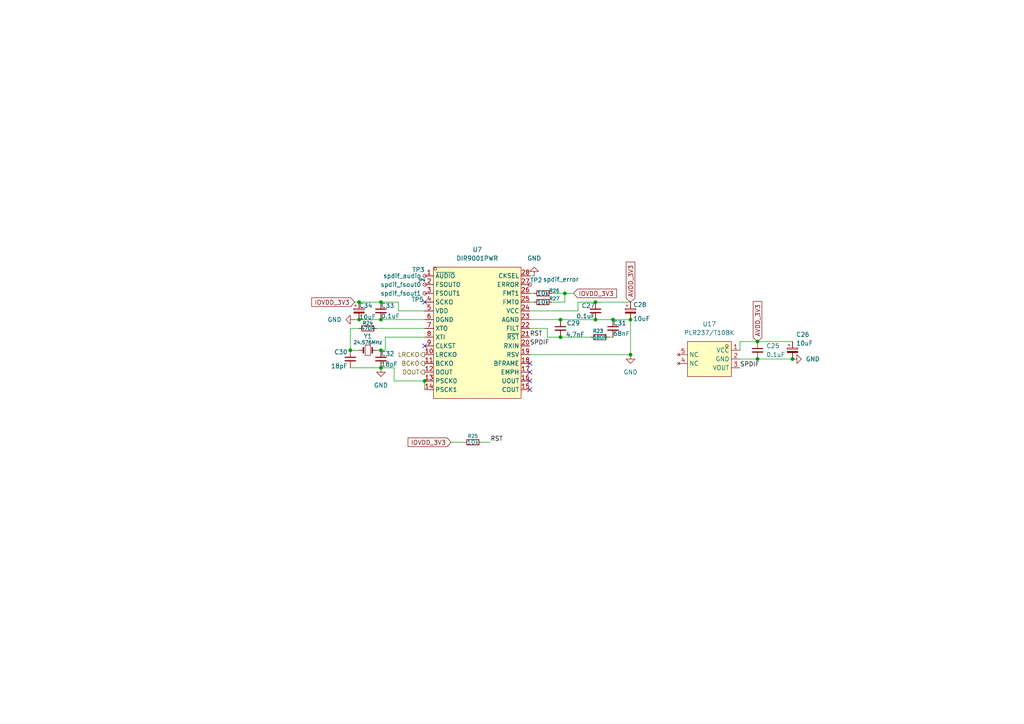
<source format=kicad_sch>
(kicad_sch (version 20250114) (generator "eeschema") (generator_version "9.0")
  (paper "A4")
  (lib_symbols
    (symbol "Connector:TestPoint_Small" (pin_numbers (hide yes)) (pin_names (offset 0.762) (hide yes))
      (property "Reference" "TP" (at 0 3.81 0))
      (property "Value" "TestPoint_Small" (at 0 2.032 0))
      (symbol "TestPoint_Small_0_1"
        (circle (center 0 0) (radius 0.508))
      )
      (symbol "TestPoint_Small_1_1"
        (pin passive line (at 0 0 90) (length 0) (name "1") (number "1"))
      )
    )
    (symbol "Device:C_Polarized_Small" (pin_numbers (hide yes)) (pin_names (offset 0.254) (hide yes))
      (property "Reference" "C" (at 0.254 1.778 0))
      (property "Value" "C_Polarized_Small" (at 0.254 -2.032 0))
      (symbol "C_Polarized_Small_0_1"
        (rectangle (start -1.524 0.6858) (end 1.524 0.3048))
        (rectangle (start -1.524 -0.3048) (end 1.524 -0.6858) (fill (type outline)))
        (polyline (pts (xy -1.27 1.524) (xy -0.762 1.524)))
        (polyline (pts (xy -1.016 1.27) (xy -1.016 1.778)))
      )
      (symbol "C_Polarized_Small_1_1"
        (pin passive line (at 0 2.54 270) (length 1.8542) (name "~") (number "1"))
        (pin passive line (at 0 -2.54 90) (length 1.8542) (name "~") (number "2"))
      )
    )
    (symbol "Device:C_Small" (pin_numbers (hide yes)) (pin_names (offset 0.254) (hide yes))
      (property "Reference" "C" (at 0.254 1.778 0))
      (property "Value" "C_Small" (at 0.254 -2.032 0))
      (symbol "C_Small_0_1"
        (polyline (pts (xy -1.524 0.508) (xy 1.524 0.508)) (stroke (width 0.3048)))
        (polyline (pts (xy -1.524 -0.508) (xy 1.524 -0.508)) (stroke (width 0.3302)))
      )
      (symbol "C_Small_1_1"
        (pin passive line (at 0 2.54 270) (length 2.032) (name "~") (number "1"))
        (pin passive line (at 0 -2.54 90) (length 2.032) (name "~") (number "2"))
      )
    )
    (symbol "Device:Crystal_Small" (pin_numbers (hide yes)) (pin_names (offset 1.016) (hide yes))
      (property "Reference" "Y" (at 0 2.54 0))
      (property "Value" "Crystal_Small" (at 0 -2.54 0))
      (symbol "Crystal_Small_0_1"
        (polyline (pts (xy -1.27 -0.762) (xy -1.27 0.762)) (stroke (width 0.381)))
        (rectangle (start -0.762 -1.524) (end 0.762 1.524))
        (polyline (pts (xy 1.27 -0.762) (xy 1.27 0.762)) (stroke (width 0.381)))
      )
      (symbol "Crystal_Small_1_1"
        (pin passive line (at -2.54 0 0) (length 1.27) (name "1") (number "1"))
        (pin passive line (at 2.54 0 180) (length 1.27) (name "2") (number "2"))
      )
    )
    (symbol "Device:R_Small" (pin_numbers (hide yes)) (pin_names (offset 0.254) (hide yes))
      (property "Reference" "R" (at 0 0 90))
      (property "Value" "R_Small" (at 1.778 0 90))
      (symbol "R_Small_0_1"
        (rectangle (start -0.762 1.778) (end 0.762 -1.778) (stroke (width 0.2032)))
      )
      (symbol "R_Small_1_1"
        (pin passive line (at 0 2.54 270) (length 0.762) (name "~") (number "1"))
        (pin passive line (at 0 -2.54 90) (length 0.762) (name "~") (number "2"))
      )
    )
    (symbol "easyeda2kicad:DIR9001PWR"
      (property "Reference" "U" (at 0 21.59 0))
      (property "Value" "DIR9001PWR" (at 0 -21.59 0))
      (symbol "DIR9001PWR_0_1"
        (rectangle (start -12.7 19.05) (end 12.7 -19.05) (fill (type background)))
        (circle (center -12.19 18.54) (radius 0.38))
        (pin unspecified line (at -15.24 16.51 0) (length 2.54) (name "~{AUDIO}") (number "1"))
        (pin unspecified line (at -15.24 13.97 0) (length 2.54) (name "FSOUT0") (number "2"))
        (pin unspecified line (at -15.24 11.43 0) (length 2.54) (name "FSOUT1") (number "3"))
        (pin unspecified line (at -15.24 8.89 0) (length 2.54) (name "SCKO") (number "4"))
        (pin unspecified line (at -15.24 6.35 0) (length 2.54) (name "VDD") (number "5"))
        (pin unspecified line (at -15.24 3.81 0) (length 2.54) (name "DGND") (number "6"))
        (pin unspecified line (at -15.24 1.27 0) (length 2.54) (name "XTO") (number "7"))
        (pin unspecified line (at -15.24 -1.27 0) (length 2.54) (name "XTI") (number "8"))
        (pin unspecified line (at -15.24 -3.81 0) (length 2.54) (name "CLKST") (number "9"))
        (pin unspecified line (at -15.24 -6.35 0) (length 2.54) (name "LRCKO") (number "10"))
        (pin unspecified line (at -15.24 -8.89 0) (length 2.54) (name "BCKO") (number "11"))
        (pin unspecified line (at -15.24 -11.43 0) (length 2.54) (name "DOUT") (number "12"))
        (pin unspecified line (at -15.24 -13.97 0) (length 2.54) (name "PSCK0") (number "13"))
        (pin unspecified line (at -15.24 -16.51 0) (length 2.54) (name "PSCK1") (number "14"))
        (pin unspecified line (at 15.24 16.51 180) (length 2.54) (name "CKSEL") (number "28"))
        (pin unspecified line (at 15.24 13.97 180) (length 2.54) (name "ERROR") (number "27"))
        (pin unspecified line (at 15.24 11.43 180) (length 2.54) (name "FMT1") (number "26"))
        (pin unspecified line (at 15.24 8.89 180) (length 2.54) (name "FMT0") (number "25"))
        (pin unspecified line (at 15.24 6.35 180) (length 2.54) (name "VCC") (number "24"))
        (pin unspecified line (at 15.24 3.81 180) (length 2.54) (name "AGND") (number "23"))
        (pin unspecified line (at 15.24 1.27 180) (length 2.54) (name "FILT") (number "22"))
        (pin unspecified line (at 15.24 -1.27 180) (length 2.54) (name "~{RST}") (number "21"))
        (pin unspecified line (at 15.24 -3.81 180) (length 2.54) (name "RXIN") (number "20"))
        (pin unspecified line (at 15.24 -6.35 180) (length 2.54) (name "RSV") (number "19"))
        (pin unspecified line (at 15.24 -8.89 180) (length 2.54) (name "BFRAME") (number "18"))
        (pin unspecified line (at 15.24 -11.43 180) (length 2.54) (name "EMPH") (number "17"))
        (pin unspecified line (at 15.24 -13.97 180) (length 2.54) (name "UOUT") (number "16"))
        (pin unspecified line (at 15.24 -16.51 180) (length 2.54) (name "COUT") (number "15"))
      )
    )
    (symbol "easyeda2kicad:PLR237_T10BK"
      (property "Reference" "U" (at 0 7.62 0))
      (property "Value" "PLR237/T10BK" (at 0 -7.62 0))
      (symbol "PLR237_T10BK_0_1"
        (rectangle (start -6.35 5.08) (end 6.35 -5.08) (fill (type background)))
        (circle (center -5.08 3.81) (radius 0.38))
      )
      (symbol "PLR237_T10BK_1_1"
        (pin power_in line (at -8.89 2.54 0) (length 2.54) (name "VCC") (number "1"))
        (pin power_in line (at -8.89 0 0) (length 2.54) (name "GND") (number "2"))
        (pin power_out line (at -8.89 -2.54 0) (length 2.54) (name "VOUT") (number "3"))
        (pin no_connect line (at 8.89 1.27 180) (length 2.54) (name "NC") (number "5"))
        (pin no_connect line (at 8.89 -1.27 180) (length 2.54) (name "NC") (number "4"))
      )
    )
    (symbol "power:GND" (power) (pin_numbers (hide yes)) (pin_names (offset 0) (hide yes))
      (property "Value" "GND" (at 0 -3.81 0))
      (symbol "GND_0_1"
        (polyline (pts (xy 0 0) (xy 0 -1.27) (xy 1.27 -1.27) (xy 0 -2.54) (xy -1.27 -1.27) (xy 0 -1.27)))
      )
      (symbol "GND_1_1"
        (pin power_in line (at 0 0 270) (length 0) (name "~") (number "1"))
      )
    )
  )
  (junction (at 163.83 85.09))
  (junction (at 219.71 104.14))
  (junction (at 101.6 101.6))
  (junction (at 162.56 92.71))
  (junction (at 172.72 87.63))
  (junction (at 182.88 92.71))
  (junction (at 219.71 99.06))
  (junction (at 110.49 92.71))
  (junction (at 110.49 101.6))
  (junction (at 104.14 92.71))
  (junction (at 123.19 110.49))
  (junction (at 110.49 106.68))
  (junction (at 162.56 97.79))
  (junction (at 229.87 104.14))
  (junction (at 110.49 87.63))
  (junction (at 182.88 102.87))
  (junction (at 177.8 92.71))
  (junction (at 104.14 87.63))
  (junction (at 172.72 92.71))
  (no_connect (at 153.67 110.49))
  (no_connect (at 153.67 113.03))
  (no_connect (at 123.19 100.33))
  (no_connect (at 153.67 107.95))
  (no_connect (at 153.67 105.41))
  (no_connect (at 123.19 87.63))
  (wire (pts (xy 101.6 106.68) (xy 110.49 106.68)))
  (wire (pts (xy 160.02 85.09) (xy 163.83 85.09)))
  (wire (pts (xy 153.67 90.17) (xy 167.64 90.17)))
  (wire (pts (xy 160.02 87.63) (xy 163.83 87.63)))
  (wire (pts (xy 219.71 104.14) (xy 229.87 104.14)))
  (wire (pts (xy 172.72 87.63) (xy 182.88 87.63)))
  (wire (pts (xy 167.64 87.63) (xy 172.72 87.63)))
  (wire (pts (xy 214.63 104.14) (xy 219.71 104.14)))
  (wire (pts (xy 153.67 102.87) (xy 182.88 102.87)))
  (wire (pts (xy 115.57 90.17) (xy 115.57 87.63)))
  (wire (pts (xy 172.72 92.71) (xy 177.8 92.71)))
  (wire (pts (xy 167.64 90.17) (xy 167.64 87.63)))
  (wire (pts (xy 104.14 92.71) (xy 110.49 92.71)))
  (wire (pts (xy 153.67 92.71) (xy 162.56 92.71)))
  (wire (pts (xy 219.71 99.06) (xy 214.63 99.06)))
  (wire (pts (xy 154.94 87.63) (xy 153.67 87.63)))
  (wire (pts (xy 130.81 128.27) (xy 134.62 128.27)))
  (wire (pts (xy 176.53 97.79) (xy 177.8 97.79)))
  (wire (pts (xy 163.83 87.63) (xy 163.83 85.09)))
  (wire (pts (xy 162.56 97.79) (xy 171.45 97.79)))
  (wire (pts (xy 104.14 87.63) (xy 110.49 87.63)))
  (wire (pts (xy 158.75 97.79) (xy 162.56 97.79)))
  (wire (pts (xy 111.76 97.79) (xy 123.19 97.79)))
  (wire (pts (xy 104.14 101.6) (xy 101.6 101.6)))
  (wire (pts (xy 163.83 85.09) (xy 166.37 85.09)))
  (wire (pts (xy 123.19 110.49) (xy 123.19 113.03)))
  (wire (pts (xy 154.94 80.01) (xy 153.67 80.01)))
  (wire (pts (xy 110.49 92.71) (xy 123.19 92.71)))
  (wire (pts (xy 115.57 87.63) (xy 110.49 87.63)))
  (wire (pts (xy 101.6 95.25) (xy 104.14 95.25)))
  (wire (pts (xy 110.49 101.6) (xy 109.22 101.6)))
  (wire (pts (xy 229.87 99.06) (xy 219.71 99.06)))
  (wire (pts (xy 158.75 97.79) (xy 158.75 95.25)))
  (wire (pts (xy 102.87 87.63) (xy 104.14 87.63)))
  (wire (pts (xy 114.3 106.68) (xy 114.3 110.49)))
  (wire (pts (xy 123.19 90.17) (xy 115.57 90.17)))
  (wire (pts (xy 102.87 92.71) (xy 104.14 92.71)))
  (wire (pts (xy 109.22 95.25) (xy 123.19 95.25)))
  (wire (pts (xy 177.8 92.71) (xy 182.88 92.71)))
  (wire (pts (xy 182.88 92.71) (xy 182.88 102.87)))
  (wire (pts (xy 158.75 95.25) (xy 153.67 95.25)))
  (wire (pts (xy 110.49 106.68) (xy 114.3 106.68)))
  (wire (pts (xy 114.3 110.49) (xy 123.19 110.49)))
  (wire (pts (xy 110.49 101.6) (xy 111.76 101.6)))
  (wire (pts (xy 101.6 101.6) (xy 101.6 95.25)))
  (wire (pts (xy 162.56 92.71) (xy 172.72 92.71)))
  (wire (pts (xy 111.76 101.6) (xy 111.76 97.79)))
  (wire (pts (xy 139.7 128.27) (xy 142.24 128.27)))
  (wire (pts (xy 214.63 99.06) (xy 214.63 101.6)))
  (wire (pts (xy 154.94 85.09) (xy 153.67 85.09)))
  (label "SPDIF" (at 153.67 100.33 0))
  (label "RST" (at 153.67 97.79 0))
  (label "RST" (at 142.24 128.27 0))
  (label "SPDIF" (at 214.63 106.68 0))
  (global_label "IOVDD_3V3" (shape input) (at 130.81 128.27 180) (property "Intersheetrefs" "${INTERSHEET_REFS}" (effects (hide yes))))
  (global_label "AVDD_3V3" (shape input) (at 182.88 87.63 90) (property "Intersheetrefs" "${INTERSHEET_REFS}" (effects (hide yes))))
  (global_label "IOVDD_3V3" (shape input) (at 166.37 85.09 0) (property "Intersheetrefs" "${INTERSHEET_REFS}" (effects (hide yes))))
  (global_label "AVDD_3V3" (shape input) (at 219.71 99.06 90) (property "Intersheetrefs" "${INTERSHEET_REFS}" (effects (hide yes))))
  (global_label "IOVDD_3V3" (shape input) (at 102.87 87.63 180) (property "Intersheetrefs" "${INTERSHEET_REFS}" (effects (hide yes))))
  (hierarchical_label "BCKO" (shape output) (at 123.19 105.41 180))
  (hierarchical_label "LRCKO" (shape output) (at 123.19 102.87 180))
  (hierarchical_label "DOUT" (shape output) (at 123.19 107.95 180))
  (symbol (lib_id "Device:C_Polarized_Small") (at 182.88 90.17 0) (unit 1)
    (property "Reference" "C28" (at 183.642 88.392 0) (effects (justify left)))
    (property "Value" "10uF" (at 183.642 92.456 0) (effects (justify left)))
    (property "Description" "Polarized capacitor, small symbol" (effects (hide yes)))
  )
  (symbol (lib_id "Device:C_Polarized_Small") (at 104.14 90.17 0) (unit 1)
    (property "Reference" "C34" (at 104.14 88.646 0) (effects (justify left)))
    (property "Value" "10uF" (at 104.14 91.948 0) (effects (justify left)))
    (property "Description" "Polarized capacitor, small symbol" (effects (hide yes)))
  )
  (symbol (lib_id "Device:C_Small") (at 177.8 95.25 0) (unit 1)
    (property "Reference" "C31" (at 177.8 93.726 0) (effects (justify left)))
    (property "Value" "68nF" (at 177.8 96.774 0) (effects (justify left)))
    (property "Description" "Unpolarized capacitor, small symbol" (effects (hide yes)))
  )
  (symbol (lib_id "Device:C_Small") (at 219.71 101.6 0) (unit 1)
    (property "Reference" "C25" (at 222.25 100.3362 0) (effects (justify left)))
    (property "Value" "0.1uF" (at 222.25 102.8762 0) (effects (justify left)))
    (property "Description" "Unpolarized capacitor, small symbol" (effects (hide yes)))
  )
  (symbol (lib_id "Device:R_Small") (at 157.48 87.63 90) (unit 1)
    (property "Reference" "R27" (at 160.782 86.614 90) (effects (font (size 1.016 1.016))))
    (property "Value" "10k" (at 157.48 87.63 90))
    (property "Description" "Resistor, small symbol" (effects (hide yes)))
  )
  (symbol (lib_id "Connector:TestPoint_Small") (at 123.19 85.09 180) (unit 1)
    (property "Reference" "TP5" (at 122.936 86.868 0) (effects (justify left)))
    (property "Value" "spdif_fsout1" (at 122.174 85.09 0) (effects (justify left)))
    (property "Footprint" "Connector_Coaxial:CoaxialSwitch_Hirose_MS-156C3_Horizontal" (effects (hide yes)))
    (property "Description" "test point" (effects (hide yes)))
  )
  (symbol (lib_id "Device:C_Small") (at 110.49 90.17 0) (unit 1)
    (property "Reference" "C33" (at 110.49 88.646 0) (effects (justify left)))
    (property "Value" "0.1uF" (at 110.49 91.694 0) (effects (justify left)))
    (property "Description" "Unpolarized capacitor, small symbol" (effects (hide yes)))
  )
  (symbol (lib_id "easyeda2kicad:DIR9001PWR") (at 138.43 96.52 0) (unit 1)
    (property "Reference" "U7" (at 138.43 72.39 0))
    (property "Value" "DIR9001PWR" (at 138.43 74.93 0))
    (property "Footprint" "easyeda2kicad:TSSOP-28_L9.7-W4.4-P0.65-LS6.4-BL" (effects (hide yes)))
    (property "Datasheet" "https://lcsc.com/product-detail/Others_Texas-Instruments_DIR9001PWR_Texas-Instruments-TI-DIR9001PWR_C96215.html" (effects (hide yes)))
    (property "LCSC Part" "C96215" (effects (hide yes)))
  )
  (symbol (lib_id "Device:R_Small") (at 173.99 97.79 90) (unit 1)
    (property "Reference" "R23" (at 173.482 96.012 90) (effects (font (size 1.016 1.016))))
    (property "Value" "680R" (at 173.99 97.79 90) (effects (font (size 1 1))))
    (property "Description" "Resistor, small symbol" (effects (hide yes)))
  )
  (symbol (lib_id "Device:C_Small") (at 162.56 95.25 0) (unit 1)
    (property "Reference" "C29" (at 164.338 93.726 0) (effects (justify left)))
    (property "Value" "4.7nF" (at 164.084 97.028 0) (effects (justify left)))
    (property "Description" "Unpolarized capacitor, small symbol" (effects (hide yes)))
  )
  (symbol (lib_id "Device:Crystal_Small") (at 106.68 101.6 0) (unit 1)
    (property "Reference" "Y1" (at 106.68 97.536 0))
    (property "Value" "24.576MHz" (at 106.68 99.314 0) (effects (font (size 1 1))))
    (property "Description" "Two pin crystal, small symbol" (effects (hide yes)))
  )
  (symbol (lib_id "Device:C_Small") (at 172.72 90.17 0) (unit 1)
    (property "Reference" "C27" (at 168.656 88.646 0) (effects (justify left)))
    (property "Value" "0.1uF" (at 167.132 91.694 0) (effects (justify left)))
    (property "Description" "Unpolarized capacitor, small symbol" (effects (hide yes)))
  )
  (symbol (lib_id "Device:C_Small") (at 101.6 104.14 0) (mirror y) (unit 1)
    (property "Reference" "C30" (at 100.838 102.108 0) (effects (justify left)))
    (property "Value" "18pF" (at 100.838 106.172 0) (effects (justify left)))
    (property "Description" "Unpolarized capacitor, small symbol" (effects (hide yes)))
  )
  (symbol (lib_id "power:GND") (at 229.87 104.14 90) (unit 1)
    (property "Reference" "#PWR066" (effects (hide yes)))
    (property "Value" "GND" (at 233.68 104.1399 90) (effects (justify right)))
    (property "Description" "Power symbol creates a global label with name \"GND\" , ground" (effects (hide yes)))
  )
  (symbol (lib_id "Device:R_Small") (at 106.68 95.25 90) (unit 1)
    (property "Reference" "R24" (at 106.68 93.726 90) (effects (font (size 1.016 1.016))))
    (property "Value" "470R" (at 106.68 95.25 90) (effects (font (size 1 1))))
    (property "Description" "Resistor, small symbol" (effects (hide yes)))
  )
  (symbol (lib_id "Device:R_Small") (at 157.48 85.09 90) (unit 1)
    (property "Reference" "R26" (at 160.782 84.328 90) (effects (font (size 1.016 1.016))))
    (property "Value" "10k" (at 157.48 85.09 90))
    (property "Description" "Resistor, small symbol" (effects (hide yes)))
  )
  (symbol (lib_id "Connector:TestPoint_Small") (at 123.19 80.01 180) (unit 1)
    (property "Reference" "TP3" (at 123.19 78.232 0) (effects (justify left)))
    (property "Value" "spdif_audio" (at 122.174 80.01 0) (effects (justify left)))
    (property "Footprint" "Connector_Coaxial:CoaxialSwitch_Hirose_MS-156C3_Horizontal" (effects (hide yes)))
    (property "Description" "test point" (effects (hide yes)))
  )
  (symbol (lib_id "easyeda2kicad:PLR237_T10BK") (at 205.74 104.14 0) (mirror y) (unit 1)
    (property "Reference" "U17" (at 205.74 93.98 0))
    (property "Value" "PLR237/T10BK" (at 205.74 96.52 0))
    (property "Footprint" "easyeda2kicad:OPTO-TH_PLR237-T10BK" (effects (hide yes)))
    (property "LCSC Part" "C17427482" (effects (hide yes)))
  )
  (symbol (lib_id "Device:R_Small") (at 137.16 128.27 90) (unit 1)
    (property "Reference" "R25" (at 137.16 126.492 90) (effects (font (size 1.016 1.016))))
    (property "Value" "10k" (at 137.16 128.27 90))
    (property "Description" "Resistor, small symbol" (effects (hide yes)))
  )
  (symbol (lib_id "Connector:TestPoint_Small") (at 153.67 82.55 0) (unit 1)
    (property "Reference" "TP2" (at 153.67 81.28 0) (effects (justify left)))
    (property "Value" "spdif_error" (at 157.48 81.026 0) (effects (justify left)))
    (property "Footprint" "Connector_Coaxial:CoaxialSwitch_Hirose_MS-156C3_Horizontal" (effects (hide yes)))
    (property "Description" "test point" (effects (hide yes)))
  )
  (symbol (lib_id "Device:C_Polarized_Small") (at 229.87 101.6 0) (unit 1)
    (property "Reference" "C26" (at 230.886 97.028 0) (effects (justify left)))
    (property "Value" "10uF" (at 230.886 99.568 0) (effects (justify left)))
    (property "Description" "Polarized capacitor, small symbol" (effects (hide yes)))
  )
  (symbol (lib_id "Device:C_Small") (at 110.49 104.14 0) (unit 1)
    (property "Reference" "C32" (at 110.49 102.616 0) (effects (justify left)))
    (property "Value" "18pF" (at 110.49 105.664 0) (effects (justify left)))
    (property "Description" "Unpolarized capacitor, small symbol" (effects (hide yes)))
  )
  (symbol (lib_id "power:GND") (at 102.87 92.71 270) (unit 1)
    (property "Reference" "#PWR071" (effects (hide yes)))
    (property "Value" "GND" (at 99.06 92.7099 90) (effects (justify right)))
    (property "Description" "Power symbol creates a global label with name \"GND\" , ground" (effects (hide yes)))
  )
  (symbol (lib_id "power:GND") (at 110.49 106.68 0) (unit 1)
    (property "Reference" "#PWR070" (effects (hide yes)))
    (property "Value" "GND" (at 110.49 111.76 0))
    (property "Description" "Power symbol creates a global label with name \"GND\" , ground" (effects (hide yes)))
  )
  (symbol (lib_id "power:GND") (at 154.94 80.01 180) (unit 1)
    (property "Reference" "#PWR073" (effects (hide yes)))
    (property "Value" "GND" (at 154.94 74.93 0))
    (property "Description" "Power symbol creates a global label with name \"GND\" , ground" (effects (hide yes)))
  )
  (symbol (lib_id "power:GND") (at 182.88 102.87 0) (unit 1)
    (property "Reference" "#PWR069" (effects (hide yes)))
    (property "Value" "GND" (at 182.88 107.95 0))
    (property "Description" "Power symbol creates a global label with name \"GND\" , ground" (effects (hide yes)))
  )
  (symbol (lib_id "Connector:TestPoint_Small") (at 123.19 82.55 180) (unit 1)
    (property "Reference" "TP4" (at 123.444 81.28 0) (effects (font (size 0.75 0.75)) (justify left)))
    (property "Value" "spdif_fsout0" (at 122.174 82.55 0) (effects (justify left)))
    (property "Footprint" "Connector_Coaxial:CoaxialSwitch_Hirose_MS-156C3_Horizontal" (effects (hide yes)))
    (property "Description" "test point" (effects (hide yes)))
  )
)
</source>
